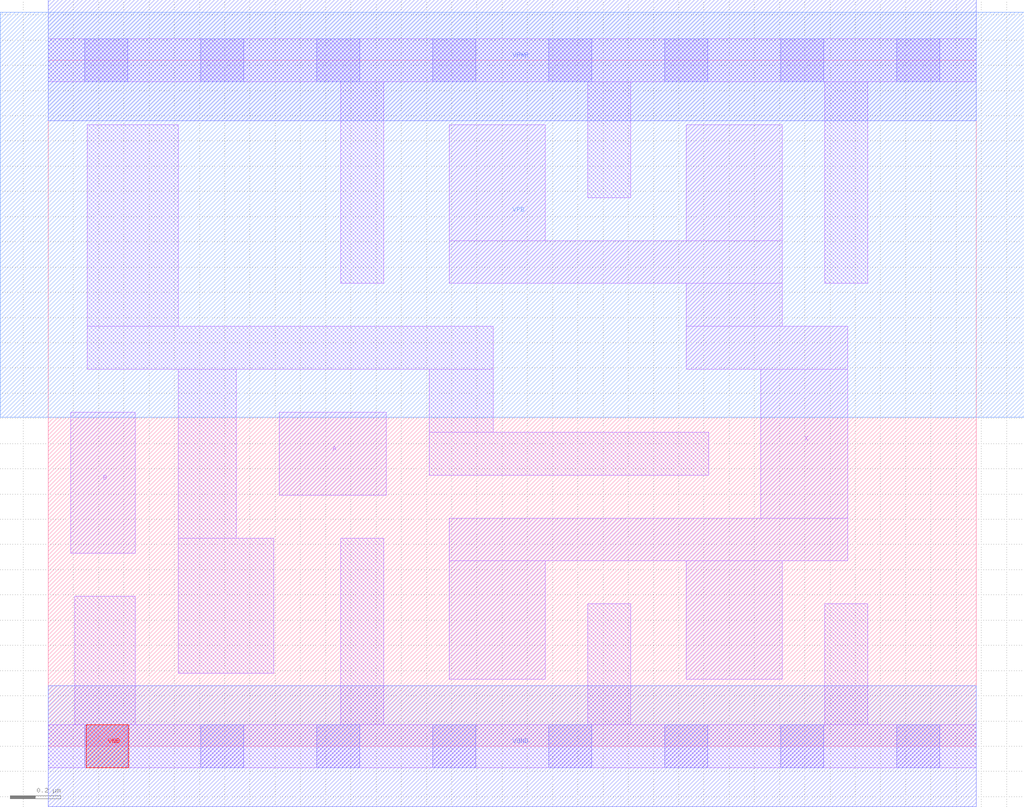
<source format=lef>
# Copyright 2020 The SkyWater PDK Authors
#
# Licensed under the Apache License, Version 2.0 (the "License");
# you may not use this file except in compliance with the License.
# You may obtain a copy of the License at
#
#     https://www.apache.org/licenses/LICENSE-2.0
#
# Unless required by applicable law or agreed to in writing, software
# distributed under the License is distributed on an "AS IS" BASIS,
# WITHOUT WARRANTIES OR CONDITIONS OF ANY KIND, either express or implied.
# See the License for the specific language governing permissions and
# limitations under the License.
#
# SPDX-License-Identifier: Apache-2.0

VERSION 5.7 ;
  NOWIREEXTENSIONATPIN ON ;
  DIVIDERCHAR "/" ;
  BUSBITCHARS "[]" ;
PROPERTYDEFINITIONS
  MACRO maskLayoutSubType STRING ;
  MACRO prCellType STRING ;
  MACRO originalViewName STRING ;
END PROPERTYDEFINITIONS
MACRO sky130_fd_sc_hdll__or2_4
  CLASS CORE ;
  FOREIGN sky130_fd_sc_hdll__or2_4 ;
  ORIGIN  0.000000  0.000000 ;
  SIZE  3.680000 BY  2.720000 ;
  SYMMETRY X Y R90 ;
  SITE unithd ;
  PIN A
    ANTENNAGATEAREA  0.277500 ;
    DIRECTION INPUT ;
    USE SIGNAL ;
    PORT
      LAYER li1 ;
        RECT 0.915000 0.995000 1.340000 1.325000 ;
    END
  END A
  PIN B
    ANTENNAGATEAREA  0.277500 ;
    DIRECTION INPUT ;
    USE SIGNAL ;
    PORT
      LAYER li1 ;
        RECT 0.090000 0.765000 0.345000 1.325000 ;
    END
  END B
  PIN VGND
    ANTENNADIFFAREA  0.841750 ;
    DIRECTION INOUT ;
    USE SIGNAL ;
    PORT
      LAYER met1 ;
        RECT 0.000000 -0.240000 3.680000 0.240000 ;
    END
  END VGND
  PIN VNB
    PORT
      LAYER pwell ;
        RECT 0.150000 -0.085000 0.320000 0.085000 ;
    END
  END VNB
  PIN VPB
    PORT
      LAYER nwell ;
        RECT -0.190000 1.305000 3.870000 2.910000 ;
    END
  END VPB
  PIN VPWR
    ANTENNADIFFAREA  0.955000 ;
    DIRECTION INOUT ;
    USE SIGNAL ;
    PORT
      LAYER met1 ;
        RECT 0.000000 2.480000 3.680000 2.960000 ;
    END
  END VPWR
  PIN X
    ANTENNADIFFAREA  1.028500 ;
    DIRECTION OUTPUT ;
    USE SIGNAL ;
    PORT
      LAYER li1 ;
        RECT 1.590000 0.265000 1.970000 0.735000 ;
        RECT 1.590000 0.735000 3.170000 0.905000 ;
        RECT 1.590000 1.835000 2.910000 2.005000 ;
        RECT 1.590000 2.005000 1.970000 2.465000 ;
        RECT 2.530000 0.265000 2.910000 0.735000 ;
        RECT 2.530000 1.495000 3.170000 1.665000 ;
        RECT 2.530000 1.665000 2.910000 1.835000 ;
        RECT 2.530000 2.005000 2.910000 2.465000 ;
        RECT 2.825000 0.905000 3.170000 1.495000 ;
    END
  END X
  OBS
    LAYER li1 ;
      RECT 0.000000 -0.085000 3.680000 0.085000 ;
      RECT 0.000000  2.635000 3.680000 2.805000 ;
      RECT 0.105000  0.085000 0.345000 0.595000 ;
      RECT 0.155000  1.495000 1.765000 1.665000 ;
      RECT 0.155000  1.665000 0.515000 2.465000 ;
      RECT 0.515000  0.290000 0.895000 0.825000 ;
      RECT 0.515000  0.825000 0.745000 1.495000 ;
      RECT 1.160000  0.085000 1.330000 0.825000 ;
      RECT 1.160000  1.835000 1.330000 2.635000 ;
      RECT 1.510000  1.075000 2.620000 1.245000 ;
      RECT 1.510000  1.245000 1.765000 1.495000 ;
      RECT 2.140000  0.085000 2.310000 0.565000 ;
      RECT 2.140000  2.175000 2.310000 2.635000 ;
      RECT 3.080000  0.085000 3.250000 0.565000 ;
      RECT 3.080000  1.835000 3.250000 2.635000 ;
    LAYER mcon ;
      RECT 0.145000 -0.085000 0.315000 0.085000 ;
      RECT 0.145000  2.635000 0.315000 2.805000 ;
      RECT 0.605000 -0.085000 0.775000 0.085000 ;
      RECT 0.605000  2.635000 0.775000 2.805000 ;
      RECT 1.065000 -0.085000 1.235000 0.085000 ;
      RECT 1.065000  2.635000 1.235000 2.805000 ;
      RECT 1.525000 -0.085000 1.695000 0.085000 ;
      RECT 1.525000  2.635000 1.695000 2.805000 ;
      RECT 1.985000 -0.085000 2.155000 0.085000 ;
      RECT 1.985000  2.635000 2.155000 2.805000 ;
      RECT 2.445000 -0.085000 2.615000 0.085000 ;
      RECT 2.445000  2.635000 2.615000 2.805000 ;
      RECT 2.905000 -0.085000 3.075000 0.085000 ;
      RECT 2.905000  2.635000 3.075000 2.805000 ;
      RECT 3.365000 -0.085000 3.535000 0.085000 ;
      RECT 3.365000  2.635000 3.535000 2.805000 ;
  END
  PROPERTY maskLayoutSubType "abstract" ;
  PROPERTY prCellType "standard" ;
  PROPERTY originalViewName "layout" ;
END sky130_fd_sc_hdll__or2_4
END LIBRARY

</source>
